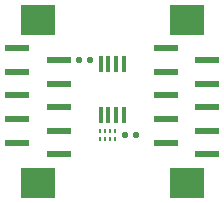
<source format=gtp>
G04 EAGLE Gerber RS-274X export*
G75*
%MOMM*%
%FSLAX34Y34*%
%LPD*%
%INStencil*%
%IPPOS*%
%AMOC8*
5,1,8,0,0,$1,22.5*%
G01*
%ADD10R,2X0.6*%
%ADD11R,2.9X2.6*%
%ADD12R,0.45X1.45*%
%ADD13C,0.25*%
%ADD14R,0.2X0.3*%
D10*
X0150000Y0400000D02*
X0164500Y0545000D03*
X0199500Y0535000D03*
X0164500Y0525000D03*
X0199500Y0515000D03*
X0164500Y0505000D03*
X0199500Y0495000D03*
X0164500Y0485000D03*
X0199500Y0475000D03*
X0164500Y0465000D03*
X0199500Y0455000D03*
D11*
X0182000Y0569000D03*
X0182000Y0431000D03*
D12*
X0254750Y0532000D03*
X0248250Y0532000D03*
X0241750Y0532000D03*
X0235250Y0532000D03*
X0235250Y0488000D03*
X0241750Y0488000D03*
X0248250Y0488000D03*
X0254750Y0488000D03*
D13*
X0217525Y0534350D02*
X0215025Y0534350D01*
X0215025Y0536850D01*
X0217525Y0536850D01*
X0217525Y0534350D01*
X0217525Y0536725D02*
X0215025Y0536725D01*
X0224275Y0534350D02*
X0226775Y0534350D01*
X0224275Y0534350D02*
X0224275Y0536850D01*
X0226775Y0536850D01*
X0226775Y0534350D01*
X0226775Y0536725D02*
X0224275Y0536725D01*
X0253825Y0470250D02*
X0256325Y0470250D01*
X0253825Y0470250D02*
X0253825Y0472750D01*
X0256325Y0472750D01*
X0256325Y0470250D01*
X0256325Y0472625D02*
X0253825Y0472625D01*
X0263075Y0470250D02*
X0265575Y0470250D01*
X0263075Y0470250D02*
X0263075Y0472750D01*
X0265575Y0472750D01*
X0265575Y0470250D01*
X0265575Y0472625D02*
X0263075Y0472625D01*
D10*
X0325500Y0455000D03*
X0290500Y0465000D03*
X0325500Y0475000D03*
X0290500Y0485000D03*
X0325500Y0495000D03*
X0290500Y0505000D03*
X0325500Y0515000D03*
X0290500Y0525000D03*
X0325500Y0535000D03*
X0290500Y0545000D03*
D11*
X0308000Y0431000D03*
X0308000Y0569000D03*
D14*
X0235000Y0468500D03*
X0239000Y0468500D03*
X0243000Y0468500D03*
X0247000Y0468500D03*
X0247000Y0474500D03*
X0243000Y0474500D03*
X0239000Y0474500D03*
X0235000Y0474500D03*
M02*
</source>
